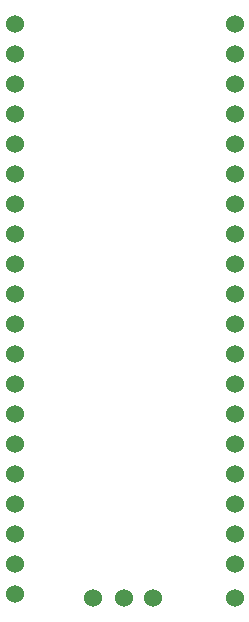
<source format=gbs>
%TF.GenerationSoftware,KiCad,Pcbnew,8.0.8*%
%TF.CreationDate,2025-02-11T11:30:28+05:30*%
%TF.ProjectId,my-template,6d792d74-656d-4706-9c61-74652e6b6963,rev?*%
%TF.SameCoordinates,Original*%
%TF.FileFunction,Soldermask,Bot*%
%TF.FilePolarity,Negative*%
%FSLAX46Y46*%
G04 Gerber Fmt 4.6, Leading zero omitted, Abs format (unit mm)*
G04 Created by KiCad (PCBNEW 8.0.8) date 2025-02-11 11:30:28*
%MOMM*%
%LPD*%
G01*
G04 APERTURE LIST*
%ADD10C,1.524000*%
G04 APERTURE END LIST*
D10*
%TO.C,40_part2*%
X149702600Y-111925600D03*
X149702600Y-109021600D03*
X149702600Y-106481600D03*
X149702600Y-103941600D03*
X149702600Y-101401600D03*
X149702600Y-98861600D03*
X149702600Y-96321600D03*
X149702600Y-93781600D03*
X149702600Y-91241600D03*
X149702600Y-88701600D03*
X149702600Y-86161600D03*
X149702600Y-83621600D03*
X149702600Y-81081600D03*
X149702600Y-78541600D03*
X149702600Y-76001600D03*
X149702600Y-73461600D03*
X149702600Y-70921600D03*
X149702600Y-68381600D03*
X149702600Y-65841600D03*
X149702600Y-63301600D03*
%TD*%
%TO.C,J2*%
X137702600Y-111901600D03*
X140342600Y-111901600D03*
X142782600Y-111901600D03*
%TD*%
%TO.C,40_part1*%
X131102600Y-63301600D03*
X131102600Y-65886600D03*
X131102600Y-68426600D03*
X131102600Y-70966600D03*
X131102600Y-73506600D03*
X131102600Y-76046600D03*
X131102600Y-78586600D03*
X131102600Y-81126600D03*
X131102600Y-83666600D03*
X131102600Y-86206600D03*
X131102600Y-88746600D03*
X131102600Y-91286600D03*
X131102600Y-93826600D03*
X131102600Y-96366600D03*
X131102600Y-98906600D03*
X131102600Y-101446600D03*
X131102600Y-103986600D03*
X131102600Y-106526600D03*
X131102600Y-109066600D03*
X131102600Y-111606600D03*
%TD*%
M02*

</source>
